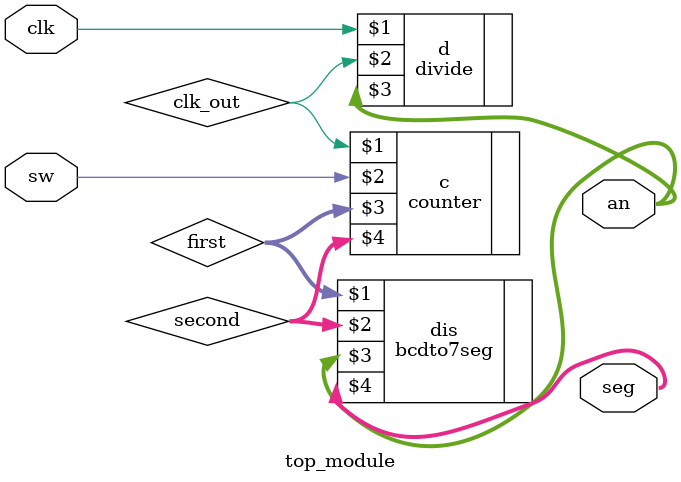
<source format=v>
`timescale 1ns / 1ps


module top_module(
    input clk,
    input sw,
    output [6:0] seg,
    output [3:0] an
    );
    wire clk_out;
    wire [3:0] first;
    wire [3:0] second;
//    second divide (clk,clk_out);
//    count counter (clk_cout,clear,led);
    divide d(clk,clk_out,an);
    counter c(clk_out,sw,first,second);
    bcdto7seg dis(first,second,an,seg);
endmodule
</source>
